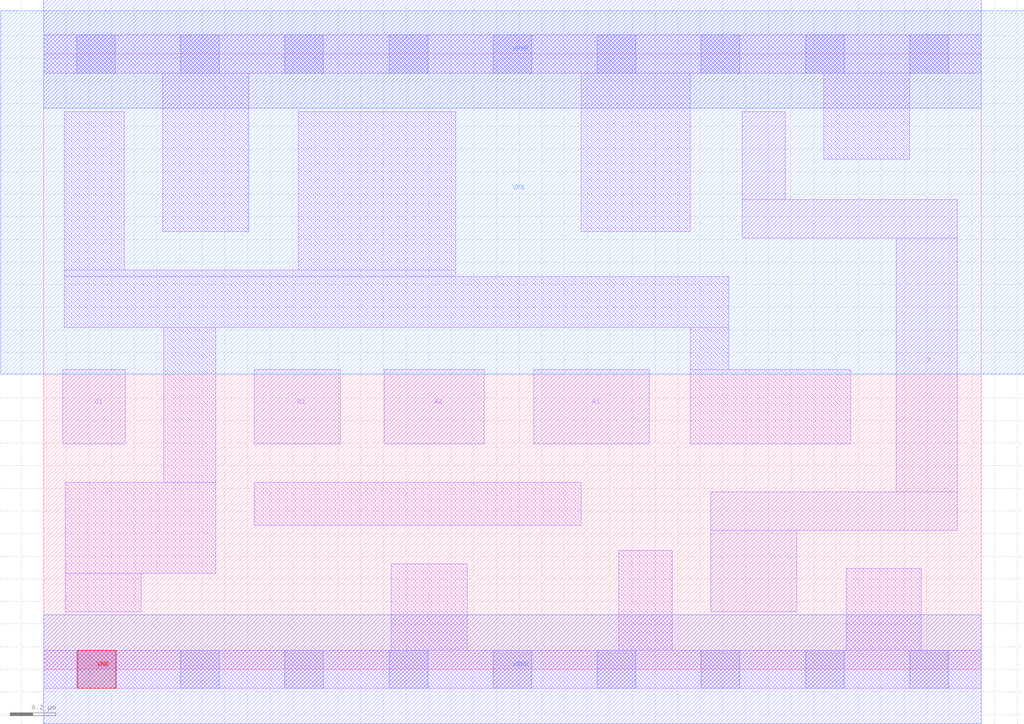
<source format=lef>
# Copyright 2020 The SkyWater PDK Authors
#
# Licensed under the Apache License, Version 2.0 (the "License");
# you may not use this file except in compliance with the License.
# You may obtain a copy of the License at
#
#     https://www.apache.org/licenses/LICENSE-2.0
#
# Unless required by applicable law or agreed to in writing, software
# distributed under the License is distributed on an "AS IS" BASIS,
# WITHOUT WARRANTIES OR CONDITIONS OF ANY KIND, either express or implied.
# See the License for the specific language governing permissions and
# limitations under the License.
#
# SPDX-License-Identifier: Apache-2.0

VERSION 5.7 ;
  NOWIREEXTENSIONATPIN ON ;
  DIVIDERCHAR "/" ;
  BUSBITCHARS "[]" ;
PROPERTYDEFINITIONS
  MACRO maskLayoutSubType STRING ;
  MACRO prCellType STRING ;
  MACRO originalViewName STRING ;
END PROPERTYDEFINITIONS
MACRO sky130_fd_sc_hdll__o211a_2
  CLASS CORE ;
  FOREIGN sky130_fd_sc_hdll__o211a_2 ;
  ORIGIN  0.000000  0.000000 ;
  SIZE  4.140000 BY  2.720000 ;
  SYMMETRY X Y R90 ;
  SITE unithd ;
  PIN A1
    ANTENNAGATEAREA  0.277500 ;
    DIRECTION INPUT ;
    USE SIGNAL ;
    PORT
      LAYER li1 ;
        RECT 2.165000 0.995000 2.675000 1.325000 ;
    END
  END A1
  PIN A2
    ANTENNAGATEAREA  0.277500 ;
    DIRECTION INPUT ;
    USE SIGNAL ;
    PORT
      LAYER li1 ;
        RECT 1.505000 0.995000 1.945000 1.325000 ;
    END
  END A2
  PIN B1
    ANTENNAGATEAREA  0.277500 ;
    DIRECTION INPUT ;
    USE SIGNAL ;
    PORT
      LAYER li1 ;
        RECT 0.930000 0.995000 1.310000 1.325000 ;
    END
  END B1
  PIN C1
    ANTENNAGATEAREA  0.277500 ;
    DIRECTION INPUT ;
    USE SIGNAL ;
    PORT
      LAYER li1 ;
        RECT 0.085000 0.995000 0.360000 1.325000 ;
    END
  END C1
  PIN VGND
    ANTENNADIFFAREA  0.744250 ;
    DIRECTION INOUT ;
    USE SIGNAL ;
    PORT
      LAYER met1 ;
        RECT 0.000000 -0.240000 4.140000 0.240000 ;
    END
  END VGND
  PIN VNB
    PORT
      LAYER pwell ;
        RECT 0.150000 -0.085000 0.320000 0.085000 ;
    END
  END VNB
  PIN VPB
    PORT
      LAYER nwell ;
        RECT -0.190000 1.305000 4.330000 2.910000 ;
    END
  END VPB
  PIN VPWR
    ANTENNADIFFAREA  1.120000 ;
    DIRECTION INOUT ;
    USE SIGNAL ;
    PORT
      LAYER met1 ;
        RECT 0.000000 2.480000 4.140000 2.960000 ;
    END
  END VPWR
  PIN X
    ANTENNADIFFAREA  0.534000 ;
    DIRECTION OUTPUT ;
    USE SIGNAL ;
    PORT
      LAYER li1 ;
        RECT 2.945000 0.255000 3.325000 0.615000 ;
        RECT 2.945000 0.615000 4.035000 0.785000 ;
        RECT 3.085000 1.905000 4.035000 2.075000 ;
        RECT 3.085000 2.075000 3.275000 2.465000 ;
        RECT 3.765000 0.785000 4.035000 1.905000 ;
    END
  END X
  OBS
    LAYER li1 ;
      RECT 0.000000 -0.085000 4.140000 0.085000 ;
      RECT 0.000000  2.635000 4.140000 2.805000 ;
      RECT 0.090000  1.510000 3.025000 1.735000 ;
      RECT 0.090000  1.735000 1.820000 1.765000 ;
      RECT 0.090000  1.765000 0.355000 2.465000 ;
      RECT 0.095000  0.255000 0.430000 0.425000 ;
      RECT 0.095000  0.425000 0.760000 0.825000 ;
      RECT 0.525000  1.935000 0.905000 2.635000 ;
      RECT 0.530000  0.825000 0.760000 1.510000 ;
      RECT 0.930000  0.635000 2.375000 0.825000 ;
      RECT 1.125000  1.765000 1.820000 2.465000 ;
      RECT 1.535000  0.085000 1.870000 0.465000 ;
      RECT 2.375000  1.935000 2.855000 2.635000 ;
      RECT 2.540000  0.085000 2.775000 0.525000 ;
      RECT 2.855000  0.995000 3.565000 1.325000 ;
      RECT 2.855000  1.325000 3.025000 1.510000 ;
      RECT 3.445000  2.255000 3.825000 2.635000 ;
      RECT 3.545000  0.085000 3.875000 0.445000 ;
    LAYER mcon ;
      RECT 0.145000 -0.085000 0.315000 0.085000 ;
      RECT 0.145000  2.635000 0.315000 2.805000 ;
      RECT 0.605000 -0.085000 0.775000 0.085000 ;
      RECT 0.605000  2.635000 0.775000 2.805000 ;
      RECT 1.065000 -0.085000 1.235000 0.085000 ;
      RECT 1.065000  2.635000 1.235000 2.805000 ;
      RECT 1.525000 -0.085000 1.695000 0.085000 ;
      RECT 1.525000  2.635000 1.695000 2.805000 ;
      RECT 1.985000 -0.085000 2.155000 0.085000 ;
      RECT 1.985000  2.635000 2.155000 2.805000 ;
      RECT 2.445000 -0.085000 2.615000 0.085000 ;
      RECT 2.445000  2.635000 2.615000 2.805000 ;
      RECT 2.905000 -0.085000 3.075000 0.085000 ;
      RECT 2.905000  2.635000 3.075000 2.805000 ;
      RECT 3.365000 -0.085000 3.535000 0.085000 ;
      RECT 3.365000  2.635000 3.535000 2.805000 ;
      RECT 3.825000 -0.085000 3.995000 0.085000 ;
      RECT 3.825000  2.635000 3.995000 2.805000 ;
  END
  PROPERTY maskLayoutSubType "abstract" ;
  PROPERTY prCellType "standard" ;
  PROPERTY originalViewName "layout" ;
END sky130_fd_sc_hdll__o211a_2
END LIBRARY

</source>
